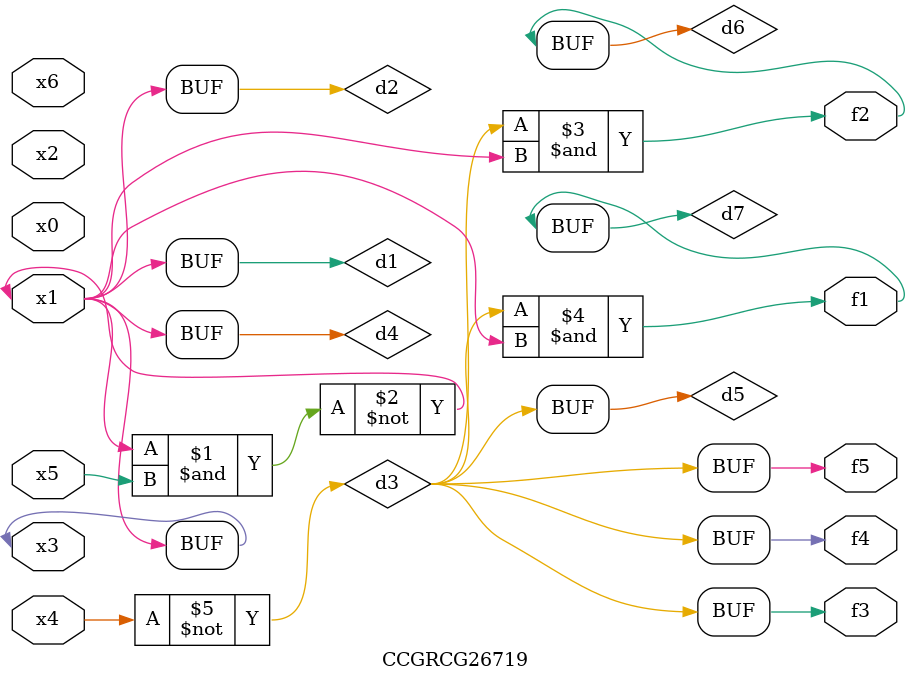
<source format=v>
module CCGRCG26719(
	input x0, x1, x2, x3, x4, x5, x6,
	output f1, f2, f3, f4, f5
);

	wire d1, d2, d3, d4, d5, d6, d7;

	buf (d1, x1, x3);
	nand (d2, x1, x5);
	not (d3, x4);
	buf (d4, d1, d2);
	buf (d5, d3);
	and (d6, d3, d4);
	and (d7, d3, d4);
	assign f1 = d7;
	assign f2 = d6;
	assign f3 = d5;
	assign f4 = d5;
	assign f5 = d5;
endmodule

</source>
